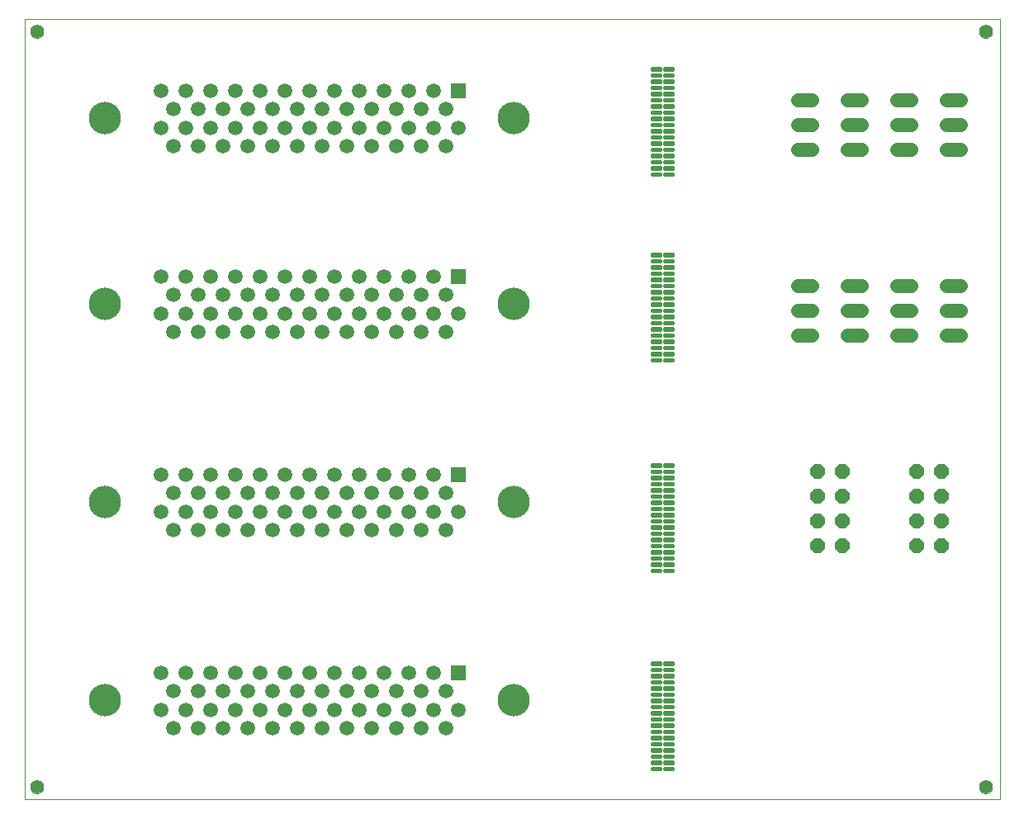
<source format=gts>
G75*
%MOIN*%
%OFA0B0*%
%FSLAX24Y24*%
%IPPOS*%
%LPD*%
%AMOC8*
5,1,8,0,0,1.08239X$1,22.5*
%
%ADD10C,0.0000*%
%ADD11C,0.0552*%
%ADD12C,0.0580*%
%ADD13R,0.0591X0.0591*%
%ADD14C,0.0591*%
%ADD15C,0.1306*%
%ADD16C,0.0171*%
%ADD17OC8,0.0580*%
D10*
X000639Y001139D02*
X000639Y032635D01*
X040009Y032635D01*
X040009Y001139D01*
X000639Y001139D01*
X000883Y001639D02*
X000885Y001670D01*
X000891Y001701D01*
X000900Y001731D01*
X000913Y001760D01*
X000930Y001787D01*
X000950Y001811D01*
X000972Y001833D01*
X000998Y001852D01*
X001025Y001868D01*
X001054Y001880D01*
X001084Y001889D01*
X001115Y001894D01*
X001147Y001895D01*
X001178Y001892D01*
X001209Y001885D01*
X001239Y001875D01*
X001267Y001861D01*
X001293Y001843D01*
X001317Y001823D01*
X001338Y001799D01*
X001357Y001774D01*
X001372Y001746D01*
X001383Y001717D01*
X001391Y001686D01*
X001395Y001655D01*
X001395Y001623D01*
X001391Y001592D01*
X001383Y001561D01*
X001372Y001532D01*
X001357Y001504D01*
X001338Y001479D01*
X001317Y001455D01*
X001293Y001435D01*
X001267Y001417D01*
X001239Y001403D01*
X001209Y001393D01*
X001178Y001386D01*
X001147Y001383D01*
X001115Y001384D01*
X001084Y001389D01*
X001054Y001398D01*
X001025Y001410D01*
X000998Y001426D01*
X000972Y001445D01*
X000950Y001467D01*
X000930Y001491D01*
X000913Y001518D01*
X000900Y001547D01*
X000891Y001577D01*
X000885Y001608D01*
X000883Y001639D01*
X000883Y032139D02*
X000885Y032170D01*
X000891Y032201D01*
X000900Y032231D01*
X000913Y032260D01*
X000930Y032287D01*
X000950Y032311D01*
X000972Y032333D01*
X000998Y032352D01*
X001025Y032368D01*
X001054Y032380D01*
X001084Y032389D01*
X001115Y032394D01*
X001147Y032395D01*
X001178Y032392D01*
X001209Y032385D01*
X001239Y032375D01*
X001267Y032361D01*
X001293Y032343D01*
X001317Y032323D01*
X001338Y032299D01*
X001357Y032274D01*
X001372Y032246D01*
X001383Y032217D01*
X001391Y032186D01*
X001395Y032155D01*
X001395Y032123D01*
X001391Y032092D01*
X001383Y032061D01*
X001372Y032032D01*
X001357Y032004D01*
X001338Y031979D01*
X001317Y031955D01*
X001293Y031935D01*
X001267Y031917D01*
X001239Y031903D01*
X001209Y031893D01*
X001178Y031886D01*
X001147Y031883D01*
X001115Y031884D01*
X001084Y031889D01*
X001054Y031898D01*
X001025Y031910D01*
X000998Y031926D01*
X000972Y031945D01*
X000950Y031967D01*
X000930Y031991D01*
X000913Y032018D01*
X000900Y032047D01*
X000891Y032077D01*
X000885Y032108D01*
X000883Y032139D01*
X039183Y032139D02*
X039185Y032170D01*
X039191Y032201D01*
X039200Y032231D01*
X039213Y032260D01*
X039230Y032287D01*
X039250Y032311D01*
X039272Y032333D01*
X039298Y032352D01*
X039325Y032368D01*
X039354Y032380D01*
X039384Y032389D01*
X039415Y032394D01*
X039447Y032395D01*
X039478Y032392D01*
X039509Y032385D01*
X039539Y032375D01*
X039567Y032361D01*
X039593Y032343D01*
X039617Y032323D01*
X039638Y032299D01*
X039657Y032274D01*
X039672Y032246D01*
X039683Y032217D01*
X039691Y032186D01*
X039695Y032155D01*
X039695Y032123D01*
X039691Y032092D01*
X039683Y032061D01*
X039672Y032032D01*
X039657Y032004D01*
X039638Y031979D01*
X039617Y031955D01*
X039593Y031935D01*
X039567Y031917D01*
X039539Y031903D01*
X039509Y031893D01*
X039478Y031886D01*
X039447Y031883D01*
X039415Y031884D01*
X039384Y031889D01*
X039354Y031898D01*
X039325Y031910D01*
X039298Y031926D01*
X039272Y031945D01*
X039250Y031967D01*
X039230Y031991D01*
X039213Y032018D01*
X039200Y032047D01*
X039191Y032077D01*
X039185Y032108D01*
X039183Y032139D01*
X039183Y001639D02*
X039185Y001670D01*
X039191Y001701D01*
X039200Y001731D01*
X039213Y001760D01*
X039230Y001787D01*
X039250Y001811D01*
X039272Y001833D01*
X039298Y001852D01*
X039325Y001868D01*
X039354Y001880D01*
X039384Y001889D01*
X039415Y001894D01*
X039447Y001895D01*
X039478Y001892D01*
X039509Y001885D01*
X039539Y001875D01*
X039567Y001861D01*
X039593Y001843D01*
X039617Y001823D01*
X039638Y001799D01*
X039657Y001774D01*
X039672Y001746D01*
X039683Y001717D01*
X039691Y001686D01*
X039695Y001655D01*
X039695Y001623D01*
X039691Y001592D01*
X039683Y001561D01*
X039672Y001532D01*
X039657Y001504D01*
X039638Y001479D01*
X039617Y001455D01*
X039593Y001435D01*
X039567Y001417D01*
X039539Y001403D01*
X039509Y001393D01*
X039478Y001386D01*
X039447Y001383D01*
X039415Y001384D01*
X039384Y001389D01*
X039354Y001398D01*
X039325Y001410D01*
X039298Y001426D01*
X039272Y001445D01*
X039250Y001467D01*
X039230Y001491D01*
X039213Y001518D01*
X039200Y001547D01*
X039191Y001577D01*
X039185Y001608D01*
X039183Y001639D01*
D11*
X039439Y001639D03*
X039439Y032139D03*
X001139Y032139D03*
X001139Y001639D03*
D12*
X031869Y019889D02*
X032409Y019889D01*
X032409Y020889D02*
X031869Y020889D01*
X031869Y021889D02*
X032409Y021889D01*
X033869Y021889D02*
X034409Y021889D01*
X034409Y020889D02*
X033869Y020889D01*
X033869Y019889D02*
X034409Y019889D01*
X035869Y019889D02*
X036409Y019889D01*
X036409Y020889D02*
X035869Y020889D01*
X035869Y021889D02*
X036409Y021889D01*
X037869Y021889D02*
X038409Y021889D01*
X038409Y020889D02*
X037869Y020889D01*
X037869Y019889D02*
X038409Y019889D01*
X038409Y027389D02*
X037869Y027389D01*
X037869Y028389D02*
X038409Y028389D01*
X038409Y029389D02*
X037869Y029389D01*
X036409Y029389D02*
X035869Y029389D01*
X035869Y028389D02*
X036409Y028389D01*
X036409Y027389D02*
X035869Y027389D01*
X034409Y027389D02*
X033869Y027389D01*
X033869Y028389D02*
X034409Y028389D01*
X034409Y029389D02*
X033869Y029389D01*
X032409Y029389D02*
X031869Y029389D01*
X031869Y028389D02*
X032409Y028389D01*
X032409Y027389D02*
X031869Y027389D01*
D13*
X018139Y029764D03*
X018139Y022264D03*
X018139Y014264D03*
X018139Y006264D03*
D14*
X017639Y005510D03*
X018139Y004762D03*
X017639Y004008D03*
X017139Y004758D03*
X016639Y004008D03*
X016139Y004758D03*
X015639Y004008D03*
X015139Y004758D03*
X014639Y004008D03*
X014139Y004758D03*
X013639Y004008D03*
X013139Y004758D03*
X012639Y004008D03*
X012139Y004758D03*
X011639Y004008D03*
X011139Y004758D03*
X010639Y004008D03*
X010139Y004758D03*
X009639Y004008D03*
X009139Y004758D03*
X008639Y004008D03*
X008139Y004758D03*
X007639Y004008D03*
X007139Y004758D03*
X006639Y004008D03*
X006139Y004758D03*
X006639Y005508D03*
X006139Y006258D03*
X007139Y006258D03*
X007639Y005508D03*
X008139Y006258D03*
X008639Y005508D03*
X009139Y006258D03*
X009639Y005508D03*
X010139Y006258D03*
X010639Y005508D03*
X011139Y006258D03*
X011639Y005508D03*
X012139Y006258D03*
X012639Y005508D03*
X013139Y006258D03*
X013639Y005508D03*
X014139Y006258D03*
X014639Y005508D03*
X015139Y006258D03*
X015639Y005508D03*
X016139Y006258D03*
X016639Y005508D03*
X017139Y006258D03*
X016639Y012008D03*
X016139Y012758D03*
X015639Y012008D03*
X015139Y012758D03*
X014639Y012008D03*
X014139Y012758D03*
X013639Y012008D03*
X013139Y012758D03*
X012639Y012008D03*
X012139Y012758D03*
X011639Y012008D03*
X011139Y012758D03*
X010639Y012008D03*
X010139Y012758D03*
X009639Y012008D03*
X009139Y012758D03*
X008639Y012008D03*
X008139Y012758D03*
X007639Y012008D03*
X007139Y012758D03*
X006639Y012008D03*
X006139Y012758D03*
X006639Y013508D03*
X006139Y014258D03*
X007139Y014258D03*
X007639Y013508D03*
X008139Y014258D03*
X008639Y013508D03*
X009139Y014258D03*
X009639Y013508D03*
X010139Y014258D03*
X010639Y013508D03*
X011139Y014258D03*
X011639Y013508D03*
X012139Y014258D03*
X012639Y013508D03*
X013139Y014258D03*
X013639Y013508D03*
X014139Y014258D03*
X014639Y013508D03*
X015139Y014258D03*
X015639Y013508D03*
X016139Y014258D03*
X016639Y013508D03*
X017139Y012758D03*
X017639Y012008D03*
X018139Y012762D03*
X017639Y013510D03*
X017139Y014258D03*
X016639Y020008D03*
X016139Y020758D03*
X015639Y020008D03*
X015139Y020758D03*
X014639Y020008D03*
X014139Y020758D03*
X013639Y020008D03*
X013139Y020758D03*
X012639Y020008D03*
X012139Y020758D03*
X011639Y020008D03*
X011139Y020758D03*
X010639Y020008D03*
X010139Y020758D03*
X009639Y020008D03*
X009139Y020758D03*
X008639Y020008D03*
X008139Y020758D03*
X007639Y020008D03*
X007139Y020758D03*
X006639Y020008D03*
X006139Y020758D03*
X006639Y021508D03*
X006139Y022258D03*
X007139Y022258D03*
X007639Y021508D03*
X008139Y022258D03*
X008639Y021508D03*
X009139Y022258D03*
X009639Y021508D03*
X010139Y022258D03*
X010639Y021508D03*
X011139Y022258D03*
X011639Y021508D03*
X012139Y022258D03*
X012639Y021508D03*
X013139Y022258D03*
X013639Y021508D03*
X014139Y022258D03*
X014639Y021508D03*
X015139Y022258D03*
X015639Y021508D03*
X016139Y022258D03*
X016639Y021508D03*
X017139Y020758D03*
X017639Y020008D03*
X018139Y020762D03*
X017639Y021510D03*
X017139Y022258D03*
X016639Y027508D03*
X016139Y028258D03*
X015639Y027508D03*
X015139Y028258D03*
X014639Y027508D03*
X014139Y028258D03*
X013639Y027508D03*
X013139Y028258D03*
X012639Y027508D03*
X012139Y028258D03*
X011639Y027508D03*
X011139Y028258D03*
X010639Y027508D03*
X010139Y028258D03*
X009639Y027508D03*
X009139Y028258D03*
X008639Y027508D03*
X008139Y028258D03*
X007639Y027508D03*
X007139Y028258D03*
X006639Y027508D03*
X006139Y028258D03*
X006639Y029008D03*
X006139Y029758D03*
X007139Y029758D03*
X007639Y029008D03*
X008139Y029758D03*
X008639Y029008D03*
X009139Y029758D03*
X009639Y029008D03*
X010139Y029758D03*
X010639Y029008D03*
X011139Y029758D03*
X011639Y029008D03*
X012139Y029758D03*
X012639Y029008D03*
X013139Y029758D03*
X013639Y029008D03*
X014139Y029758D03*
X014639Y029008D03*
X015139Y029758D03*
X015639Y029008D03*
X016139Y029758D03*
X016639Y029008D03*
X017139Y029758D03*
X017639Y029010D03*
X018139Y028262D03*
X017639Y027508D03*
X017139Y028258D03*
D15*
X020389Y028639D03*
X020389Y021139D03*
X020389Y013139D03*
X020389Y005139D03*
X003889Y005139D03*
X003889Y013139D03*
X003889Y021139D03*
X003889Y028639D03*
D16*
X026004Y028629D02*
X026004Y028649D01*
X026274Y028649D01*
X026274Y028629D01*
X026004Y028629D01*
X026004Y028399D02*
X026004Y028379D01*
X026004Y028399D02*
X026274Y028399D01*
X026274Y028379D01*
X026004Y028379D01*
X026004Y028149D02*
X026004Y028129D01*
X026004Y028149D02*
X026274Y028149D01*
X026274Y028129D01*
X026004Y028129D01*
X026004Y027899D02*
X026004Y027879D01*
X026004Y027899D02*
X026274Y027899D01*
X026274Y027879D01*
X026004Y027879D01*
X026004Y027649D02*
X026004Y027629D01*
X026004Y027649D02*
X026274Y027649D01*
X026274Y027629D01*
X026004Y027629D01*
X026004Y027399D02*
X026004Y027379D01*
X026004Y027399D02*
X026274Y027399D01*
X026274Y027379D01*
X026004Y027379D01*
X026004Y027149D02*
X026004Y027129D01*
X026004Y027149D02*
X026274Y027149D01*
X026274Y027129D01*
X026004Y027129D01*
X026004Y026899D02*
X026004Y026879D01*
X026004Y026899D02*
X026274Y026899D01*
X026274Y026879D01*
X026004Y026879D01*
X026004Y026649D02*
X026004Y026629D01*
X026004Y026649D02*
X026274Y026649D01*
X026274Y026629D01*
X026004Y026629D01*
X026004Y026399D02*
X026004Y026379D01*
X026004Y026399D02*
X026274Y026399D01*
X026274Y026379D01*
X026004Y026379D01*
X026504Y026379D02*
X026504Y026399D01*
X026774Y026399D01*
X026774Y026379D01*
X026504Y026379D01*
X026504Y026629D02*
X026504Y026649D01*
X026774Y026649D01*
X026774Y026629D01*
X026504Y026629D01*
X026504Y026879D02*
X026504Y026899D01*
X026774Y026899D01*
X026774Y026879D01*
X026504Y026879D01*
X026504Y027129D02*
X026504Y027149D01*
X026774Y027149D01*
X026774Y027129D01*
X026504Y027129D01*
X026504Y027379D02*
X026504Y027399D01*
X026774Y027399D01*
X026774Y027379D01*
X026504Y027379D01*
X026504Y027629D02*
X026504Y027649D01*
X026774Y027649D01*
X026774Y027629D01*
X026504Y027629D01*
X026504Y027879D02*
X026504Y027899D01*
X026774Y027899D01*
X026774Y027879D01*
X026504Y027879D01*
X026504Y028129D02*
X026504Y028149D01*
X026774Y028149D01*
X026774Y028129D01*
X026504Y028129D01*
X026504Y028379D02*
X026504Y028399D01*
X026774Y028399D01*
X026774Y028379D01*
X026504Y028379D01*
X026504Y028629D02*
X026504Y028649D01*
X026774Y028649D01*
X026774Y028629D01*
X026504Y028629D01*
X026504Y028879D02*
X026504Y028899D01*
X026774Y028899D01*
X026774Y028879D01*
X026504Y028879D01*
X026504Y029129D02*
X026504Y029149D01*
X026774Y029149D01*
X026774Y029129D01*
X026504Y029129D01*
X026504Y029379D02*
X026504Y029399D01*
X026774Y029399D01*
X026774Y029379D01*
X026504Y029379D01*
X026504Y029629D02*
X026504Y029649D01*
X026774Y029649D01*
X026774Y029629D01*
X026504Y029629D01*
X026504Y029879D02*
X026504Y029899D01*
X026774Y029899D01*
X026774Y029879D01*
X026504Y029879D01*
X026504Y030129D02*
X026504Y030149D01*
X026774Y030149D01*
X026774Y030129D01*
X026504Y030129D01*
X026504Y030379D02*
X026504Y030399D01*
X026774Y030399D01*
X026774Y030379D01*
X026504Y030379D01*
X026504Y030629D02*
X026504Y030649D01*
X026774Y030649D01*
X026774Y030629D01*
X026504Y030629D01*
X026004Y030629D02*
X026004Y030649D01*
X026274Y030649D01*
X026274Y030629D01*
X026004Y030629D01*
X026004Y030399D02*
X026004Y030379D01*
X026004Y030399D02*
X026274Y030399D01*
X026274Y030379D01*
X026004Y030379D01*
X026004Y030149D02*
X026004Y030129D01*
X026004Y030149D02*
X026274Y030149D01*
X026274Y030129D01*
X026004Y030129D01*
X026004Y029899D02*
X026004Y029879D01*
X026004Y029899D02*
X026274Y029899D01*
X026274Y029879D01*
X026004Y029879D01*
X026004Y029649D02*
X026004Y029629D01*
X026004Y029649D02*
X026274Y029649D01*
X026274Y029629D01*
X026004Y029629D01*
X026004Y029399D02*
X026004Y029379D01*
X026004Y029399D02*
X026274Y029399D01*
X026274Y029379D01*
X026004Y029379D01*
X026004Y029149D02*
X026004Y029129D01*
X026004Y029149D02*
X026274Y029149D01*
X026274Y029129D01*
X026004Y029129D01*
X026004Y028899D02*
X026004Y028879D01*
X026004Y028899D02*
X026274Y028899D01*
X026274Y028879D01*
X026004Y028879D01*
X026004Y023149D02*
X026004Y023129D01*
X026004Y023149D02*
X026274Y023149D01*
X026274Y023129D01*
X026004Y023129D01*
X026004Y022899D02*
X026004Y022879D01*
X026004Y022899D02*
X026274Y022899D01*
X026274Y022879D01*
X026004Y022879D01*
X026004Y022649D02*
X026004Y022629D01*
X026004Y022649D02*
X026274Y022649D01*
X026274Y022629D01*
X026004Y022629D01*
X026004Y022399D02*
X026004Y022379D01*
X026004Y022399D02*
X026274Y022399D01*
X026274Y022379D01*
X026004Y022379D01*
X026004Y022149D02*
X026004Y022129D01*
X026004Y022149D02*
X026274Y022149D01*
X026274Y022129D01*
X026004Y022129D01*
X026004Y021899D02*
X026004Y021879D01*
X026004Y021899D02*
X026274Y021899D01*
X026274Y021879D01*
X026004Y021879D01*
X026004Y021649D02*
X026004Y021629D01*
X026004Y021649D02*
X026274Y021649D01*
X026274Y021629D01*
X026004Y021629D01*
X026004Y021399D02*
X026004Y021379D01*
X026004Y021399D02*
X026274Y021399D01*
X026274Y021379D01*
X026004Y021379D01*
X026004Y021149D02*
X026004Y021129D01*
X026004Y021149D02*
X026274Y021149D01*
X026274Y021129D01*
X026004Y021129D01*
X026004Y020899D02*
X026004Y020879D01*
X026004Y020899D02*
X026274Y020899D01*
X026274Y020879D01*
X026004Y020879D01*
X026004Y020649D02*
X026004Y020629D01*
X026004Y020649D02*
X026274Y020649D01*
X026274Y020629D01*
X026004Y020629D01*
X026004Y020399D02*
X026004Y020379D01*
X026004Y020399D02*
X026274Y020399D01*
X026274Y020379D01*
X026004Y020379D01*
X026004Y020149D02*
X026004Y020129D01*
X026004Y020149D02*
X026274Y020149D01*
X026274Y020129D01*
X026004Y020129D01*
X026004Y019899D02*
X026004Y019879D01*
X026004Y019899D02*
X026274Y019899D01*
X026274Y019879D01*
X026004Y019879D01*
X026004Y019649D02*
X026004Y019629D01*
X026004Y019649D02*
X026274Y019649D01*
X026274Y019629D01*
X026004Y019629D01*
X026004Y019399D02*
X026004Y019379D01*
X026004Y019399D02*
X026274Y019399D01*
X026274Y019379D01*
X026004Y019379D01*
X026004Y019149D02*
X026004Y019129D01*
X026004Y019149D02*
X026274Y019149D01*
X026274Y019129D01*
X026004Y019129D01*
X026004Y018899D02*
X026004Y018879D01*
X026004Y018899D02*
X026274Y018899D01*
X026274Y018879D01*
X026004Y018879D01*
X026504Y018879D02*
X026504Y018899D01*
X026774Y018899D01*
X026774Y018879D01*
X026504Y018879D01*
X026504Y019129D02*
X026504Y019149D01*
X026774Y019149D01*
X026774Y019129D01*
X026504Y019129D01*
X026504Y019379D02*
X026504Y019399D01*
X026774Y019399D01*
X026774Y019379D01*
X026504Y019379D01*
X026504Y019629D02*
X026504Y019649D01*
X026774Y019649D01*
X026774Y019629D01*
X026504Y019629D01*
X026504Y019879D02*
X026504Y019899D01*
X026774Y019899D01*
X026774Y019879D01*
X026504Y019879D01*
X026504Y020129D02*
X026504Y020149D01*
X026774Y020149D01*
X026774Y020129D01*
X026504Y020129D01*
X026504Y020379D02*
X026504Y020399D01*
X026774Y020399D01*
X026774Y020379D01*
X026504Y020379D01*
X026504Y020629D02*
X026504Y020649D01*
X026774Y020649D01*
X026774Y020629D01*
X026504Y020629D01*
X026504Y020879D02*
X026504Y020899D01*
X026774Y020899D01*
X026774Y020879D01*
X026504Y020879D01*
X026504Y021129D02*
X026504Y021149D01*
X026774Y021149D01*
X026774Y021129D01*
X026504Y021129D01*
X026504Y021379D02*
X026504Y021399D01*
X026774Y021399D01*
X026774Y021379D01*
X026504Y021379D01*
X026504Y021629D02*
X026504Y021649D01*
X026774Y021649D01*
X026774Y021629D01*
X026504Y021629D01*
X026504Y021879D02*
X026504Y021899D01*
X026774Y021899D01*
X026774Y021879D01*
X026504Y021879D01*
X026504Y022129D02*
X026504Y022149D01*
X026774Y022149D01*
X026774Y022129D01*
X026504Y022129D01*
X026504Y022379D02*
X026504Y022399D01*
X026774Y022399D01*
X026774Y022379D01*
X026504Y022379D01*
X026504Y022629D02*
X026504Y022649D01*
X026774Y022649D01*
X026774Y022629D01*
X026504Y022629D01*
X026504Y022879D02*
X026504Y022899D01*
X026774Y022899D01*
X026774Y022879D01*
X026504Y022879D01*
X026504Y023129D02*
X026504Y023149D01*
X026774Y023149D01*
X026774Y023129D01*
X026504Y023129D01*
X026504Y014649D02*
X026504Y014629D01*
X026504Y014649D02*
X026774Y014649D01*
X026774Y014629D01*
X026504Y014629D01*
X026504Y014399D02*
X026504Y014379D01*
X026504Y014399D02*
X026774Y014399D01*
X026774Y014379D01*
X026504Y014379D01*
X026504Y014149D02*
X026504Y014129D01*
X026504Y014149D02*
X026774Y014149D01*
X026774Y014129D01*
X026504Y014129D01*
X026504Y013899D02*
X026504Y013879D01*
X026504Y013899D02*
X026774Y013899D01*
X026774Y013879D01*
X026504Y013879D01*
X026504Y013649D02*
X026504Y013629D01*
X026504Y013649D02*
X026774Y013649D01*
X026774Y013629D01*
X026504Y013629D01*
X026504Y013399D02*
X026504Y013379D01*
X026504Y013399D02*
X026774Y013399D01*
X026774Y013379D01*
X026504Y013379D01*
X026504Y013149D02*
X026504Y013129D01*
X026504Y013149D02*
X026774Y013149D01*
X026774Y013129D01*
X026504Y013129D01*
X026504Y012899D02*
X026504Y012879D01*
X026504Y012899D02*
X026774Y012899D01*
X026774Y012879D01*
X026504Y012879D01*
X026504Y012649D02*
X026504Y012629D01*
X026504Y012649D02*
X026774Y012649D01*
X026774Y012629D01*
X026504Y012629D01*
X026504Y012399D02*
X026504Y012379D01*
X026504Y012399D02*
X026774Y012399D01*
X026774Y012379D01*
X026504Y012379D01*
X026504Y012149D02*
X026504Y012129D01*
X026504Y012149D02*
X026774Y012149D01*
X026774Y012129D01*
X026504Y012129D01*
X026504Y011899D02*
X026504Y011879D01*
X026504Y011899D02*
X026774Y011899D01*
X026774Y011879D01*
X026504Y011879D01*
X026504Y011649D02*
X026504Y011629D01*
X026504Y011649D02*
X026774Y011649D01*
X026774Y011629D01*
X026504Y011629D01*
X026504Y011399D02*
X026504Y011379D01*
X026504Y011399D02*
X026774Y011399D01*
X026774Y011379D01*
X026504Y011379D01*
X026504Y011149D02*
X026504Y011129D01*
X026504Y011149D02*
X026774Y011149D01*
X026774Y011129D01*
X026504Y011129D01*
X026504Y010899D02*
X026504Y010879D01*
X026504Y010899D02*
X026774Y010899D01*
X026774Y010879D01*
X026504Y010879D01*
X026504Y010649D02*
X026504Y010629D01*
X026504Y010649D02*
X026774Y010649D01*
X026774Y010629D01*
X026504Y010629D01*
X026504Y010399D02*
X026504Y010379D01*
X026504Y010399D02*
X026774Y010399D01*
X026774Y010379D01*
X026504Y010379D01*
X026004Y010379D02*
X026004Y010399D01*
X026274Y010399D01*
X026274Y010379D01*
X026004Y010379D01*
X026004Y010629D02*
X026004Y010649D01*
X026274Y010649D01*
X026274Y010629D01*
X026004Y010629D01*
X026004Y010879D02*
X026004Y010899D01*
X026274Y010899D01*
X026274Y010879D01*
X026004Y010879D01*
X026004Y011129D02*
X026004Y011149D01*
X026274Y011149D01*
X026274Y011129D01*
X026004Y011129D01*
X026004Y011379D02*
X026004Y011399D01*
X026274Y011399D01*
X026274Y011379D01*
X026004Y011379D01*
X026004Y011629D02*
X026004Y011649D01*
X026274Y011649D01*
X026274Y011629D01*
X026004Y011629D01*
X026004Y011879D02*
X026004Y011899D01*
X026274Y011899D01*
X026274Y011879D01*
X026004Y011879D01*
X026004Y012129D02*
X026004Y012149D01*
X026274Y012149D01*
X026274Y012129D01*
X026004Y012129D01*
X026004Y012379D02*
X026004Y012399D01*
X026274Y012399D01*
X026274Y012379D01*
X026004Y012379D01*
X026004Y012629D02*
X026004Y012649D01*
X026274Y012649D01*
X026274Y012629D01*
X026004Y012629D01*
X026004Y012879D02*
X026004Y012899D01*
X026274Y012899D01*
X026274Y012879D01*
X026004Y012879D01*
X026004Y013129D02*
X026004Y013149D01*
X026274Y013149D01*
X026274Y013129D01*
X026004Y013129D01*
X026004Y013379D02*
X026004Y013399D01*
X026274Y013399D01*
X026274Y013379D01*
X026004Y013379D01*
X026004Y013629D02*
X026004Y013649D01*
X026274Y013649D01*
X026274Y013629D01*
X026004Y013629D01*
X026004Y013879D02*
X026004Y013899D01*
X026274Y013899D01*
X026274Y013879D01*
X026004Y013879D01*
X026004Y014129D02*
X026004Y014149D01*
X026274Y014149D01*
X026274Y014129D01*
X026004Y014129D01*
X026004Y014379D02*
X026004Y014399D01*
X026274Y014399D01*
X026274Y014379D01*
X026004Y014379D01*
X026004Y014629D02*
X026004Y014649D01*
X026274Y014649D01*
X026274Y014629D01*
X026004Y014629D01*
X026004Y006649D02*
X026004Y006629D01*
X026004Y006649D02*
X026274Y006649D01*
X026274Y006629D01*
X026004Y006629D01*
X026004Y006399D02*
X026004Y006379D01*
X026004Y006399D02*
X026274Y006399D01*
X026274Y006379D01*
X026004Y006379D01*
X026004Y006149D02*
X026004Y006129D01*
X026004Y006149D02*
X026274Y006149D01*
X026274Y006129D01*
X026004Y006129D01*
X026004Y005899D02*
X026004Y005879D01*
X026004Y005899D02*
X026274Y005899D01*
X026274Y005879D01*
X026004Y005879D01*
X026004Y005649D02*
X026004Y005629D01*
X026004Y005649D02*
X026274Y005649D01*
X026274Y005629D01*
X026004Y005629D01*
X026004Y005399D02*
X026004Y005379D01*
X026004Y005399D02*
X026274Y005399D01*
X026274Y005379D01*
X026004Y005379D01*
X026004Y005149D02*
X026004Y005129D01*
X026004Y005149D02*
X026274Y005149D01*
X026274Y005129D01*
X026004Y005129D01*
X026004Y004899D02*
X026004Y004879D01*
X026004Y004899D02*
X026274Y004899D01*
X026274Y004879D01*
X026004Y004879D01*
X026004Y004649D02*
X026004Y004629D01*
X026004Y004649D02*
X026274Y004649D01*
X026274Y004629D01*
X026004Y004629D01*
X026004Y004399D02*
X026004Y004379D01*
X026004Y004399D02*
X026274Y004399D01*
X026274Y004379D01*
X026004Y004379D01*
X026004Y004149D02*
X026004Y004129D01*
X026004Y004149D02*
X026274Y004149D01*
X026274Y004129D01*
X026004Y004129D01*
X026004Y003899D02*
X026004Y003879D01*
X026004Y003899D02*
X026274Y003899D01*
X026274Y003879D01*
X026004Y003879D01*
X026004Y003649D02*
X026004Y003629D01*
X026004Y003649D02*
X026274Y003649D01*
X026274Y003629D01*
X026004Y003629D01*
X026004Y003399D02*
X026004Y003379D01*
X026004Y003399D02*
X026274Y003399D01*
X026274Y003379D01*
X026004Y003379D01*
X026004Y003149D02*
X026004Y003129D01*
X026004Y003149D02*
X026274Y003149D01*
X026274Y003129D01*
X026004Y003129D01*
X026004Y002899D02*
X026004Y002879D01*
X026004Y002899D02*
X026274Y002899D01*
X026274Y002879D01*
X026004Y002879D01*
X026004Y002649D02*
X026004Y002629D01*
X026004Y002649D02*
X026274Y002649D01*
X026274Y002629D01*
X026004Y002629D01*
X026004Y002399D02*
X026004Y002379D01*
X026004Y002399D02*
X026274Y002399D01*
X026274Y002379D01*
X026004Y002379D01*
X026504Y002379D02*
X026504Y002399D01*
X026774Y002399D01*
X026774Y002379D01*
X026504Y002379D01*
X026504Y002629D02*
X026504Y002649D01*
X026774Y002649D01*
X026774Y002629D01*
X026504Y002629D01*
X026504Y002879D02*
X026504Y002899D01*
X026774Y002899D01*
X026774Y002879D01*
X026504Y002879D01*
X026504Y003129D02*
X026504Y003149D01*
X026774Y003149D01*
X026774Y003129D01*
X026504Y003129D01*
X026504Y003379D02*
X026504Y003399D01*
X026774Y003399D01*
X026774Y003379D01*
X026504Y003379D01*
X026504Y003629D02*
X026504Y003649D01*
X026774Y003649D01*
X026774Y003629D01*
X026504Y003629D01*
X026504Y003879D02*
X026504Y003899D01*
X026774Y003899D01*
X026774Y003879D01*
X026504Y003879D01*
X026504Y004129D02*
X026504Y004149D01*
X026774Y004149D01*
X026774Y004129D01*
X026504Y004129D01*
X026504Y004379D02*
X026504Y004399D01*
X026774Y004399D01*
X026774Y004379D01*
X026504Y004379D01*
X026504Y004629D02*
X026504Y004649D01*
X026774Y004649D01*
X026774Y004629D01*
X026504Y004629D01*
X026504Y004879D02*
X026504Y004899D01*
X026774Y004899D01*
X026774Y004879D01*
X026504Y004879D01*
X026504Y005129D02*
X026504Y005149D01*
X026774Y005149D01*
X026774Y005129D01*
X026504Y005129D01*
X026504Y005379D02*
X026504Y005399D01*
X026774Y005399D01*
X026774Y005379D01*
X026504Y005379D01*
X026504Y005629D02*
X026504Y005649D01*
X026774Y005649D01*
X026774Y005629D01*
X026504Y005629D01*
X026504Y005879D02*
X026504Y005899D01*
X026774Y005899D01*
X026774Y005879D01*
X026504Y005879D01*
X026504Y006129D02*
X026504Y006149D01*
X026774Y006149D01*
X026774Y006129D01*
X026504Y006129D01*
X026504Y006379D02*
X026504Y006399D01*
X026774Y006399D01*
X026774Y006379D01*
X026504Y006379D01*
X026504Y006629D02*
X026504Y006649D01*
X026774Y006649D01*
X026774Y006629D01*
X026504Y006629D01*
D17*
X032639Y011389D03*
X033639Y011389D03*
X033639Y012389D03*
X032639Y012389D03*
X032639Y013389D03*
X033639Y013389D03*
X033639Y014389D03*
X032639Y014389D03*
X036639Y014389D03*
X036639Y013389D03*
X036639Y012389D03*
X036639Y011389D03*
X037639Y011389D03*
X037639Y012389D03*
X037639Y013389D03*
X037639Y014389D03*
M02*

</source>
